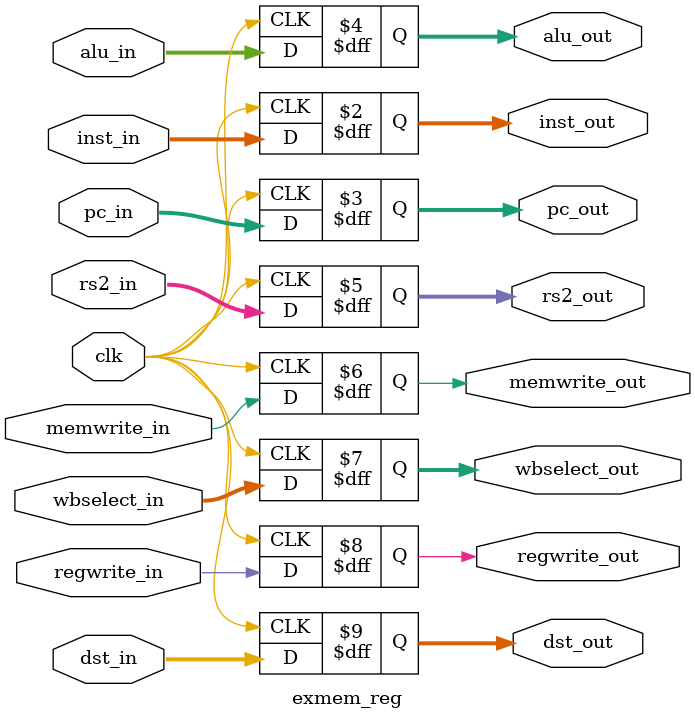
<source format=v>
module exmem_reg(clk, inst_in, pc_in, alu_in, rs2_in, memwrite_in, wbselect_in, regwrite_in, dst_in, inst_out, pc_out, alu_out, rs2_out, memwrite_out, wbselect_out, regwrite_out, dst_out);

input clk;
input [31:0] inst_in;
input [31:0] pc_in;
input [31:0] alu_in;
input [31:0] rs2_in;
input memwrite_in;
input [1:0] wbselect_in;
input regwrite_in;
input [4:0] dst_in;
output reg[31:0] inst_out;
output reg[31:0] pc_out;
output reg [31:0] alu_out;
output reg [31:0] rs2_out;
output reg memwrite_out;
output reg [1:0] wbselect_out;
output reg regwrite_out;
output reg [4:0] dst_out;

always @(posedge clk)
begin 

inst_out <= inst_in;
pc_out <= pc_in;
alu_out <= alu_in;
rs2_out <= rs2_in;
memwrite_out <= memwrite_in;
wbselect_out <= wbselect_in;
regwrite_out <= regwrite_in;
dst_out <= dst_in;

end

endmodule
</source>
